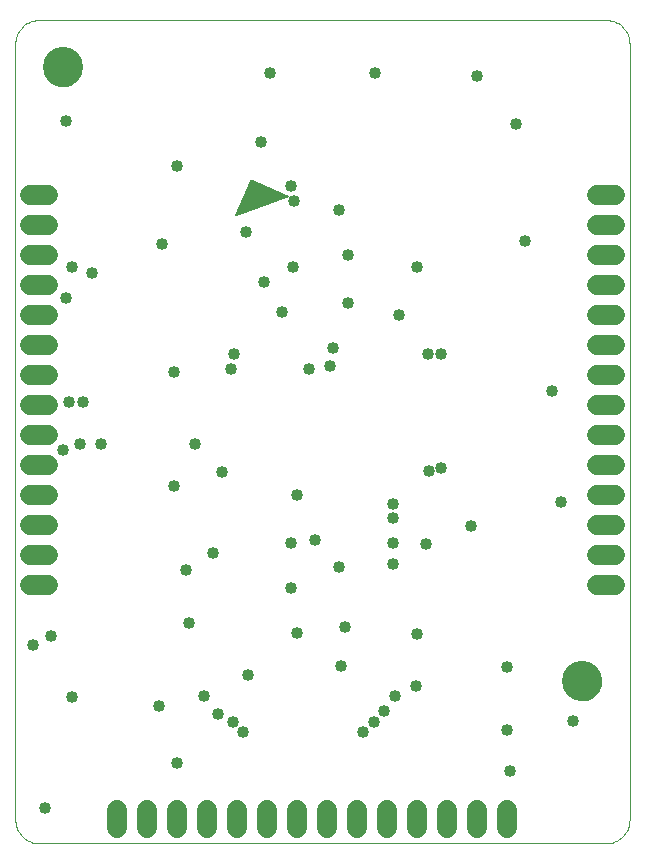
<source format=gbs>
G75*
G70*
%OFA0B0*%
%FSLAX24Y24*%
%IPPOS*%
%LPD*%
%AMOC8*
5,1,8,0,0,1.08239X$1,22.5*
%
%ADD10C,0.0000*%
%ADD11C,0.1340*%
%ADD12C,0.0680*%
%ADD13C,0.0001*%
%ADD14C,0.0398*%
D10*
X000150Y001058D02*
X000150Y026922D01*
X000152Y026976D01*
X000157Y027029D01*
X000166Y027082D01*
X000179Y027134D01*
X000195Y027186D01*
X000215Y027236D01*
X000238Y027284D01*
X000265Y027331D01*
X000294Y027376D01*
X000327Y027419D01*
X000362Y027459D01*
X000400Y027497D01*
X000440Y027532D01*
X000483Y027565D01*
X000528Y027594D01*
X000575Y027621D01*
X000623Y027644D01*
X000673Y027664D01*
X000725Y027680D01*
X000777Y027693D01*
X000830Y027702D01*
X000883Y027707D01*
X000937Y027709D01*
X019835Y027709D01*
X019889Y027707D01*
X019942Y027702D01*
X019995Y027693D01*
X020047Y027680D01*
X020099Y027664D01*
X020149Y027644D01*
X020197Y027621D01*
X020244Y027594D01*
X020289Y027565D01*
X020332Y027532D01*
X020372Y027497D01*
X020410Y027459D01*
X020445Y027419D01*
X020478Y027376D01*
X020507Y027331D01*
X020534Y027284D01*
X020557Y027236D01*
X020577Y027186D01*
X020593Y027134D01*
X020606Y027082D01*
X020615Y027029D01*
X020620Y026976D01*
X020622Y026922D01*
X020622Y001058D01*
X020620Y001004D01*
X020615Y000950D01*
X020605Y000896D01*
X020593Y000844D01*
X020576Y000792D01*
X020556Y000741D01*
X020533Y000692D01*
X020506Y000645D01*
X020476Y000600D01*
X020444Y000556D01*
X020408Y000515D01*
X020370Y000477D01*
X020329Y000441D01*
X020285Y000409D01*
X020240Y000379D01*
X020193Y000352D01*
X020144Y000329D01*
X020093Y000309D01*
X020041Y000292D01*
X019989Y000280D01*
X019935Y000270D01*
X019881Y000265D01*
X019827Y000263D01*
X000945Y000263D01*
X000891Y000265D01*
X000837Y000270D01*
X000783Y000280D01*
X000731Y000292D01*
X000679Y000309D01*
X000628Y000329D01*
X000579Y000352D01*
X000532Y000379D01*
X000487Y000409D01*
X000443Y000441D01*
X000402Y000477D01*
X000364Y000515D01*
X000328Y000556D01*
X000296Y000600D01*
X000266Y000645D01*
X000239Y000692D01*
X000216Y000741D01*
X000196Y000792D01*
X000179Y000844D01*
X000167Y000896D01*
X000157Y000950D01*
X000152Y001004D01*
X000150Y001058D01*
X007467Y021196D02*
X009239Y021841D01*
X007993Y022391D01*
X007467Y021196D01*
X001095Y026134D02*
X001097Y026184D01*
X001103Y026234D01*
X001113Y026283D01*
X001127Y026331D01*
X001144Y026378D01*
X001165Y026423D01*
X001190Y026467D01*
X001218Y026508D01*
X001250Y026547D01*
X001284Y026584D01*
X001321Y026618D01*
X001361Y026648D01*
X001403Y026675D01*
X001447Y026699D01*
X001493Y026720D01*
X001540Y026736D01*
X001588Y026749D01*
X001638Y026758D01*
X001687Y026763D01*
X001738Y026764D01*
X001788Y026761D01*
X001837Y026754D01*
X001886Y026743D01*
X001934Y026728D01*
X001980Y026710D01*
X002025Y026688D01*
X002068Y026662D01*
X002109Y026633D01*
X002148Y026601D01*
X002184Y026566D01*
X002216Y026528D01*
X002246Y026488D01*
X002273Y026445D01*
X002296Y026401D01*
X002315Y026355D01*
X002331Y026307D01*
X002343Y026258D01*
X002351Y026209D01*
X002355Y026159D01*
X002355Y026109D01*
X002351Y026059D01*
X002343Y026010D01*
X002331Y025961D01*
X002315Y025913D01*
X002296Y025867D01*
X002273Y025823D01*
X002246Y025780D01*
X002216Y025740D01*
X002184Y025702D01*
X002148Y025667D01*
X002109Y025635D01*
X002068Y025606D01*
X002025Y025580D01*
X001980Y025558D01*
X001934Y025540D01*
X001886Y025525D01*
X001837Y025514D01*
X001788Y025507D01*
X001738Y025504D01*
X001687Y025505D01*
X001638Y025510D01*
X001588Y025519D01*
X001540Y025532D01*
X001493Y025548D01*
X001447Y025569D01*
X001403Y025593D01*
X001361Y025620D01*
X001321Y025650D01*
X001284Y025684D01*
X001250Y025721D01*
X001218Y025760D01*
X001190Y025801D01*
X001165Y025845D01*
X001144Y025890D01*
X001127Y025937D01*
X001113Y025985D01*
X001103Y026034D01*
X001097Y026084D01*
X001095Y026134D01*
X018418Y005662D02*
X018420Y005712D01*
X018426Y005762D01*
X018436Y005811D01*
X018450Y005859D01*
X018467Y005906D01*
X018488Y005951D01*
X018513Y005995D01*
X018541Y006036D01*
X018573Y006075D01*
X018607Y006112D01*
X018644Y006146D01*
X018684Y006176D01*
X018726Y006203D01*
X018770Y006227D01*
X018816Y006248D01*
X018863Y006264D01*
X018911Y006277D01*
X018961Y006286D01*
X019010Y006291D01*
X019061Y006292D01*
X019111Y006289D01*
X019160Y006282D01*
X019209Y006271D01*
X019257Y006256D01*
X019303Y006238D01*
X019348Y006216D01*
X019391Y006190D01*
X019432Y006161D01*
X019471Y006129D01*
X019507Y006094D01*
X019539Y006056D01*
X019569Y006016D01*
X019596Y005973D01*
X019619Y005929D01*
X019638Y005883D01*
X019654Y005835D01*
X019666Y005786D01*
X019674Y005737D01*
X019678Y005687D01*
X019678Y005637D01*
X019674Y005587D01*
X019666Y005538D01*
X019654Y005489D01*
X019638Y005441D01*
X019619Y005395D01*
X019596Y005351D01*
X019569Y005308D01*
X019539Y005268D01*
X019507Y005230D01*
X019471Y005195D01*
X019432Y005163D01*
X019391Y005134D01*
X019348Y005108D01*
X019303Y005086D01*
X019257Y005068D01*
X019209Y005053D01*
X019160Y005042D01*
X019111Y005035D01*
X019061Y005032D01*
X019010Y005033D01*
X018961Y005038D01*
X018911Y005047D01*
X018863Y005060D01*
X018816Y005076D01*
X018770Y005097D01*
X018726Y005121D01*
X018684Y005148D01*
X018644Y005178D01*
X018607Y005212D01*
X018573Y005249D01*
X018541Y005288D01*
X018513Y005329D01*
X018488Y005373D01*
X018467Y005418D01*
X018450Y005465D01*
X018436Y005513D01*
X018426Y005562D01*
X018420Y005612D01*
X018418Y005662D01*
D11*
X019048Y005662D03*
X001725Y026134D03*
D12*
X001250Y021863D02*
X000650Y021863D01*
X000650Y020863D02*
X001250Y020863D01*
X001250Y019863D02*
X000650Y019863D01*
X000650Y018863D02*
X001250Y018863D01*
X001250Y017863D02*
X000650Y017863D01*
X000650Y016863D02*
X001250Y016863D01*
X001250Y015863D02*
X000650Y015863D01*
X000650Y014863D02*
X001250Y014863D01*
X001250Y013863D02*
X000650Y013863D01*
X000650Y012863D02*
X001250Y012863D01*
X001250Y011863D02*
X000650Y011863D01*
X000650Y010863D02*
X001250Y010863D01*
X001250Y009863D02*
X000650Y009863D01*
X000650Y008863D02*
X001250Y008863D01*
X003550Y001363D02*
X003550Y000763D01*
X004550Y000763D02*
X004550Y001363D01*
X005550Y001363D02*
X005550Y000763D01*
X006550Y000763D02*
X006550Y001363D01*
X007550Y001363D02*
X007550Y000763D01*
X008550Y000763D02*
X008550Y001363D01*
X009550Y001363D02*
X009550Y000763D01*
X010550Y000763D02*
X010550Y001363D01*
X011550Y001363D02*
X011550Y000763D01*
X012550Y000763D02*
X012550Y001363D01*
X013550Y001363D02*
X013550Y000763D01*
X014550Y000763D02*
X014550Y001363D01*
X015550Y001363D02*
X015550Y000763D01*
X016550Y000763D02*
X016550Y001363D01*
X019550Y008863D02*
X020150Y008863D01*
X020150Y009863D02*
X019550Y009863D01*
X019550Y010863D02*
X020150Y010863D01*
X020150Y011863D02*
X019550Y011863D01*
X019550Y012863D02*
X020150Y012863D01*
X020150Y013863D02*
X019550Y013863D01*
X019550Y014863D02*
X020150Y014863D01*
X020150Y015863D02*
X019550Y015863D01*
X019550Y016863D02*
X020150Y016863D01*
X020150Y017863D02*
X019550Y017863D01*
X019550Y018863D02*
X020150Y018863D01*
X020150Y019863D02*
X019550Y019863D01*
X019550Y020863D02*
X020150Y020863D01*
X020150Y021863D02*
X019550Y021863D01*
D13*
X009239Y021841D02*
X007751Y021841D01*
X007751Y021840D02*
X009237Y021840D01*
X009237Y021842D02*
X007751Y021842D01*
X007752Y021843D02*
X009234Y021843D01*
X009232Y021844D02*
X007752Y021844D01*
X007753Y021845D02*
X009230Y021845D01*
X009228Y021846D02*
X007753Y021846D01*
X007754Y021847D02*
X009225Y021847D01*
X009223Y021848D02*
X007754Y021848D01*
X007754Y021849D02*
X009221Y021849D01*
X009219Y021850D02*
X007755Y021850D01*
X007755Y021851D02*
X009216Y021851D01*
X009214Y021852D02*
X007756Y021852D01*
X007756Y021853D02*
X009212Y021853D01*
X009210Y021854D02*
X007757Y021854D01*
X007757Y021855D02*
X009207Y021855D01*
X009205Y021856D02*
X007758Y021856D01*
X007758Y021857D02*
X009203Y021857D01*
X009200Y021858D02*
X007758Y021858D01*
X007759Y021859D02*
X009198Y021859D01*
X009196Y021860D02*
X007759Y021860D01*
X007760Y021861D02*
X009194Y021861D01*
X009191Y021862D02*
X007760Y021862D01*
X007761Y021863D02*
X009189Y021863D01*
X009187Y021864D02*
X007761Y021864D01*
X007762Y021865D02*
X009185Y021865D01*
X009182Y021866D02*
X007762Y021866D01*
X007762Y021867D02*
X009180Y021867D01*
X009178Y021868D02*
X007763Y021868D01*
X007763Y021869D02*
X009176Y021869D01*
X009173Y021870D02*
X007764Y021870D01*
X007764Y021871D02*
X009171Y021871D01*
X009169Y021872D02*
X007765Y021872D01*
X007765Y021873D02*
X009167Y021873D01*
X009164Y021874D02*
X007765Y021874D01*
X007766Y021875D02*
X009162Y021875D01*
X009160Y021876D02*
X007766Y021876D01*
X007767Y021877D02*
X009157Y021877D01*
X009155Y021878D02*
X007767Y021878D01*
X007768Y021879D02*
X009153Y021879D01*
X009151Y021880D02*
X007768Y021880D01*
X007769Y021881D02*
X009148Y021881D01*
X009146Y021882D02*
X007769Y021882D01*
X007769Y021883D02*
X009144Y021883D01*
X009142Y021884D02*
X007770Y021884D01*
X007770Y021885D02*
X009139Y021885D01*
X009137Y021886D02*
X007771Y021886D01*
X007771Y021887D02*
X009135Y021887D01*
X009133Y021888D02*
X007772Y021888D01*
X007772Y021889D02*
X009130Y021889D01*
X009128Y021890D02*
X007773Y021890D01*
X007773Y021891D02*
X009126Y021891D01*
X009124Y021892D02*
X007773Y021892D01*
X007774Y021893D02*
X009121Y021893D01*
X009119Y021894D02*
X007774Y021894D01*
X007775Y021895D02*
X009117Y021895D01*
X009114Y021896D02*
X007775Y021896D01*
X007776Y021897D02*
X009112Y021897D01*
X009110Y021898D02*
X007776Y021898D01*
X007776Y021899D02*
X009108Y021899D01*
X009105Y021900D02*
X007777Y021900D01*
X007777Y021901D02*
X009103Y021901D01*
X009101Y021902D02*
X007778Y021902D01*
X007778Y021903D02*
X009099Y021903D01*
X009096Y021904D02*
X007779Y021904D01*
X007779Y021905D02*
X009094Y021905D01*
X009092Y021906D02*
X007780Y021906D01*
X007780Y021907D02*
X009090Y021907D01*
X009087Y021908D02*
X007780Y021908D01*
X007781Y021909D02*
X009085Y021909D01*
X009083Y021910D02*
X007781Y021910D01*
X007782Y021911D02*
X009081Y021911D01*
X009078Y021912D02*
X007782Y021912D01*
X007783Y021913D02*
X009076Y021913D01*
X009074Y021914D02*
X007783Y021914D01*
X007784Y021915D02*
X009071Y021915D01*
X009069Y021916D02*
X007784Y021916D01*
X007784Y021917D02*
X009067Y021917D01*
X009065Y021918D02*
X007785Y021918D01*
X007785Y021919D02*
X009062Y021919D01*
X009060Y021920D02*
X007786Y021920D01*
X007786Y021921D02*
X009058Y021921D01*
X009056Y021922D02*
X007787Y021922D01*
X007787Y021923D02*
X009053Y021923D01*
X009051Y021924D02*
X007787Y021924D01*
X007788Y021925D02*
X009049Y021925D01*
X009047Y021926D02*
X007788Y021926D01*
X007789Y021927D02*
X009044Y021927D01*
X009042Y021928D02*
X007789Y021928D01*
X007790Y021929D02*
X009040Y021929D01*
X009038Y021930D02*
X007790Y021930D01*
X007791Y021931D02*
X009035Y021931D01*
X009033Y021932D02*
X007791Y021932D01*
X007791Y021933D02*
X009031Y021933D01*
X009028Y021934D02*
X007792Y021934D01*
X007792Y021935D02*
X009026Y021935D01*
X009024Y021936D02*
X007793Y021936D01*
X007793Y021937D02*
X009022Y021937D01*
X009019Y021938D02*
X007794Y021938D01*
X007794Y021939D02*
X009017Y021939D01*
X009015Y021940D02*
X007795Y021940D01*
X007795Y021941D02*
X009013Y021941D01*
X009010Y021942D02*
X007795Y021942D01*
X007796Y021943D02*
X009008Y021943D01*
X009006Y021944D02*
X007796Y021944D01*
X007797Y021945D02*
X009004Y021945D01*
X009001Y021946D02*
X007797Y021946D01*
X007798Y021947D02*
X008999Y021947D01*
X008997Y021948D02*
X007798Y021948D01*
X007798Y021949D02*
X008995Y021949D01*
X008992Y021950D02*
X007799Y021950D01*
X007799Y021951D02*
X008990Y021951D01*
X008988Y021952D02*
X007800Y021952D01*
X007800Y021953D02*
X008985Y021953D01*
X008983Y021954D02*
X007801Y021954D01*
X007801Y021955D02*
X008981Y021955D01*
X008979Y021956D02*
X007802Y021956D01*
X007802Y021957D02*
X008976Y021957D01*
X008974Y021958D02*
X007802Y021958D01*
X007803Y021959D02*
X008972Y021959D01*
X008970Y021960D02*
X007803Y021960D01*
X007804Y021961D02*
X008967Y021961D01*
X008965Y021962D02*
X007804Y021962D01*
X007805Y021963D02*
X008963Y021963D01*
X008961Y021964D02*
X007805Y021964D01*
X007805Y021965D02*
X008958Y021965D01*
X008956Y021966D02*
X007806Y021966D01*
X007806Y021967D02*
X008954Y021967D01*
X008951Y021968D02*
X007807Y021968D01*
X007807Y021969D02*
X008949Y021969D01*
X008947Y021970D02*
X007808Y021970D01*
X007808Y021971D02*
X008945Y021971D01*
X008942Y021972D02*
X007809Y021972D01*
X007809Y021973D02*
X008940Y021973D01*
X008938Y021974D02*
X007809Y021974D01*
X007810Y021975D02*
X008936Y021975D01*
X008933Y021976D02*
X007810Y021976D01*
X007811Y021977D02*
X008931Y021977D01*
X008929Y021978D02*
X007811Y021978D01*
X007812Y021979D02*
X008927Y021979D01*
X008924Y021980D02*
X007812Y021980D01*
X007813Y021981D02*
X008922Y021981D01*
X008920Y021982D02*
X007813Y021982D01*
X007813Y021983D02*
X008918Y021983D01*
X008915Y021984D02*
X007814Y021984D01*
X007814Y021985D02*
X008913Y021985D01*
X008911Y021986D02*
X007815Y021986D01*
X007815Y021987D02*
X008908Y021987D01*
X008906Y021988D02*
X007816Y021988D01*
X007816Y021989D02*
X008904Y021989D01*
X008902Y021990D02*
X007816Y021990D01*
X007817Y021991D02*
X008899Y021991D01*
X008897Y021992D02*
X007817Y021992D01*
X007818Y021993D02*
X008895Y021993D01*
X008893Y021994D02*
X007818Y021994D01*
X007819Y021995D02*
X008890Y021995D01*
X008888Y021996D02*
X007819Y021996D01*
X007820Y021997D02*
X008886Y021997D01*
X008884Y021998D02*
X007820Y021998D01*
X007820Y021999D02*
X008881Y021999D01*
X008879Y022000D02*
X007821Y022000D01*
X007821Y022001D02*
X008877Y022001D01*
X008875Y022002D02*
X007822Y022002D01*
X007822Y022003D02*
X008872Y022003D01*
X008870Y022004D02*
X007823Y022004D01*
X007823Y022005D02*
X008868Y022005D01*
X008865Y022006D02*
X007824Y022006D01*
X007824Y022007D02*
X008863Y022007D01*
X008861Y022008D02*
X007824Y022008D01*
X007825Y022009D02*
X008859Y022009D01*
X008856Y022010D02*
X007825Y022010D01*
X007826Y022011D02*
X008854Y022011D01*
X008852Y022012D02*
X007826Y022012D01*
X007827Y022013D02*
X008850Y022013D01*
X008847Y022014D02*
X007827Y022014D01*
X007827Y022015D02*
X008845Y022015D01*
X008843Y022016D02*
X007828Y022016D01*
X007828Y022017D02*
X008841Y022017D01*
X008838Y022018D02*
X007829Y022018D01*
X007829Y022019D02*
X008836Y022019D01*
X008834Y022020D02*
X007830Y022020D01*
X007830Y022021D02*
X008832Y022021D01*
X008829Y022022D02*
X007831Y022022D01*
X007831Y022023D02*
X008827Y022023D01*
X008825Y022024D02*
X007831Y022024D01*
X007832Y022025D02*
X008822Y022025D01*
X008820Y022026D02*
X007832Y022026D01*
X007833Y022027D02*
X008818Y022027D01*
X008816Y022028D02*
X007833Y022028D01*
X007834Y022029D02*
X008813Y022029D01*
X008811Y022030D02*
X007834Y022030D01*
X007835Y022031D02*
X008809Y022031D01*
X008807Y022032D02*
X007835Y022032D01*
X007835Y022033D02*
X008804Y022033D01*
X008802Y022034D02*
X007836Y022034D01*
X007836Y022035D02*
X008800Y022035D01*
X008798Y022036D02*
X007837Y022036D01*
X007837Y022037D02*
X008795Y022037D01*
X008793Y022038D02*
X007838Y022038D01*
X007838Y022039D02*
X008791Y022039D01*
X008789Y022040D02*
X007838Y022040D01*
X007839Y022041D02*
X008786Y022041D01*
X008784Y022042D02*
X007839Y022042D01*
X007840Y022043D02*
X008782Y022043D01*
X008779Y022044D02*
X007840Y022044D01*
X007841Y022045D02*
X008777Y022045D01*
X008775Y022046D02*
X007841Y022046D01*
X007842Y022047D02*
X008773Y022047D01*
X008770Y022048D02*
X007842Y022048D01*
X007842Y022049D02*
X008768Y022049D01*
X008766Y022050D02*
X007843Y022050D01*
X007843Y022051D02*
X008764Y022051D01*
X008761Y022052D02*
X007844Y022052D01*
X007844Y022053D02*
X008759Y022053D01*
X008757Y022054D02*
X007845Y022054D01*
X007845Y022055D02*
X008755Y022055D01*
X008752Y022056D02*
X007846Y022056D01*
X007846Y022057D02*
X008750Y022057D01*
X008748Y022058D02*
X007846Y022058D01*
X007847Y022059D02*
X008746Y022059D01*
X008743Y022060D02*
X007847Y022060D01*
X007848Y022061D02*
X008741Y022061D01*
X008739Y022062D02*
X007848Y022062D01*
X007849Y022063D02*
X008736Y022063D01*
X008734Y022064D02*
X007849Y022064D01*
X007849Y022065D02*
X008732Y022065D01*
X008730Y022066D02*
X007850Y022066D01*
X007850Y022067D02*
X008727Y022067D01*
X008725Y022068D02*
X007851Y022068D01*
X007851Y022069D02*
X008723Y022069D01*
X008721Y022070D02*
X007852Y022070D01*
X007852Y022071D02*
X008718Y022071D01*
X008716Y022072D02*
X007853Y022072D01*
X007853Y022073D02*
X008714Y022073D01*
X008712Y022074D02*
X007853Y022074D01*
X007854Y022075D02*
X008709Y022075D01*
X008707Y022076D02*
X007854Y022076D01*
X007855Y022077D02*
X008705Y022077D01*
X008703Y022078D02*
X007855Y022078D01*
X007856Y022079D02*
X008700Y022079D01*
X008698Y022080D02*
X007856Y022080D01*
X007857Y022081D02*
X008696Y022081D01*
X008693Y022082D02*
X007857Y022082D01*
X007857Y022083D02*
X008691Y022083D01*
X008689Y022084D02*
X007858Y022084D01*
X007858Y022085D02*
X008687Y022085D01*
X008684Y022086D02*
X007859Y022086D01*
X007859Y022087D02*
X008682Y022087D01*
X008680Y022088D02*
X007860Y022088D01*
X007860Y022089D02*
X008678Y022089D01*
X008675Y022090D02*
X007860Y022090D01*
X007861Y022091D02*
X008673Y022091D01*
X008671Y022092D02*
X007861Y022092D01*
X007862Y022093D02*
X008669Y022093D01*
X008666Y022094D02*
X007862Y022094D01*
X007863Y022095D02*
X008664Y022095D01*
X008662Y022096D02*
X007863Y022096D01*
X007864Y022097D02*
X008660Y022097D01*
X008657Y022098D02*
X007864Y022098D01*
X007864Y022099D02*
X008655Y022099D01*
X008653Y022100D02*
X007865Y022100D01*
X007865Y022101D02*
X008650Y022101D01*
X008648Y022102D02*
X007866Y022102D01*
X007866Y022103D02*
X008646Y022103D01*
X008644Y022104D02*
X007867Y022104D01*
X007867Y022105D02*
X008641Y022105D01*
X008639Y022106D02*
X007868Y022106D01*
X007868Y022107D02*
X008637Y022107D01*
X008635Y022108D02*
X007868Y022108D01*
X007869Y022109D02*
X008632Y022109D01*
X008630Y022110D02*
X007869Y022110D01*
X007870Y022111D02*
X008628Y022111D01*
X008626Y022112D02*
X007870Y022112D01*
X007871Y022113D02*
X008623Y022113D01*
X008621Y022114D02*
X007871Y022114D01*
X007871Y022115D02*
X008619Y022115D01*
X008617Y022116D02*
X007872Y022116D01*
X007872Y022117D02*
X008614Y022117D01*
X008612Y022118D02*
X007873Y022118D01*
X007873Y022119D02*
X008610Y022119D01*
X008607Y022120D02*
X007874Y022120D01*
X007874Y022121D02*
X008605Y022121D01*
X008603Y022122D02*
X007875Y022122D01*
X007875Y022123D02*
X008601Y022123D01*
X008598Y022124D02*
X007875Y022124D01*
X007876Y022125D02*
X008596Y022125D01*
X008594Y022126D02*
X007876Y022126D01*
X007877Y022127D02*
X008592Y022127D01*
X008589Y022128D02*
X007877Y022128D01*
X007878Y022129D02*
X008587Y022129D01*
X008585Y022130D02*
X007878Y022130D01*
X007879Y022131D02*
X008583Y022131D01*
X008580Y022132D02*
X007879Y022132D01*
X007879Y022133D02*
X008578Y022133D01*
X008576Y022134D02*
X007880Y022134D01*
X007880Y022135D02*
X008573Y022135D01*
X008571Y022136D02*
X007881Y022136D01*
X007881Y022137D02*
X008569Y022137D01*
X008567Y022138D02*
X007882Y022138D01*
X007882Y022139D02*
X008564Y022139D01*
X008562Y022140D02*
X007882Y022140D01*
X007883Y022141D02*
X008560Y022141D01*
X008558Y022142D02*
X007883Y022142D01*
X007884Y022143D02*
X008555Y022143D01*
X008553Y022144D02*
X007884Y022144D01*
X007885Y022145D02*
X008551Y022145D01*
X008549Y022146D02*
X007885Y022146D01*
X007886Y022147D02*
X008546Y022147D01*
X008544Y022148D02*
X007886Y022148D01*
X007886Y022149D02*
X008542Y022149D01*
X008540Y022150D02*
X007887Y022150D01*
X007887Y022151D02*
X008537Y022151D01*
X008535Y022152D02*
X007888Y022152D01*
X007888Y022153D02*
X008533Y022153D01*
X008530Y022154D02*
X007889Y022154D01*
X007889Y022155D02*
X008528Y022155D01*
X008526Y022156D02*
X007890Y022156D01*
X007890Y022157D02*
X008524Y022157D01*
X008521Y022158D02*
X007890Y022158D01*
X007891Y022159D02*
X008519Y022159D01*
X008517Y022160D02*
X007891Y022160D01*
X007892Y022161D02*
X008515Y022161D01*
X008512Y022162D02*
X007892Y022162D01*
X007893Y022163D02*
X008510Y022163D01*
X008508Y022164D02*
X007893Y022164D01*
X007893Y022165D02*
X008506Y022165D01*
X008503Y022166D02*
X007894Y022166D01*
X007894Y022167D02*
X008501Y022167D01*
X008499Y022168D02*
X007895Y022168D01*
X007895Y022169D02*
X008497Y022169D01*
X008494Y022170D02*
X007896Y022170D01*
X007896Y022171D02*
X008492Y022171D01*
X008490Y022172D02*
X007897Y022172D01*
X007897Y022173D02*
X008487Y022173D01*
X008485Y022174D02*
X007897Y022174D01*
X007898Y022175D02*
X008483Y022175D01*
X008481Y022176D02*
X007898Y022176D01*
X007899Y022177D02*
X008478Y022177D01*
X008476Y022178D02*
X007899Y022178D01*
X007900Y022179D02*
X008474Y022179D01*
X008472Y022180D02*
X007900Y022180D01*
X007901Y022181D02*
X008469Y022181D01*
X008467Y022182D02*
X007901Y022182D01*
X007901Y022183D02*
X008465Y022183D01*
X008463Y022184D02*
X007902Y022184D01*
X007902Y022185D02*
X008460Y022185D01*
X008458Y022186D02*
X007903Y022186D01*
X007903Y022187D02*
X008456Y022187D01*
X008454Y022188D02*
X007904Y022188D01*
X007904Y022189D02*
X008451Y022189D01*
X008449Y022190D02*
X007904Y022190D01*
X007905Y022191D02*
X008447Y022191D01*
X008444Y022192D02*
X007905Y022192D01*
X007906Y022193D02*
X008442Y022193D01*
X008440Y022194D02*
X007906Y022194D01*
X007907Y022195D02*
X008438Y022195D01*
X008435Y022196D02*
X007907Y022196D01*
X007908Y022197D02*
X008433Y022197D01*
X008431Y022198D02*
X007908Y022198D01*
X007908Y022199D02*
X008429Y022199D01*
X008426Y022200D02*
X007909Y022200D01*
X007909Y022201D02*
X008424Y022201D01*
X008422Y022202D02*
X007910Y022202D01*
X007910Y022203D02*
X008420Y022203D01*
X008417Y022204D02*
X007911Y022204D01*
X007911Y022205D02*
X008415Y022205D01*
X008413Y022206D02*
X007912Y022206D01*
X007912Y022207D02*
X008411Y022207D01*
X008408Y022208D02*
X007912Y022208D01*
X007913Y022209D02*
X008406Y022209D01*
X008404Y022210D02*
X007913Y022210D01*
X007914Y022211D02*
X008401Y022211D01*
X008399Y022212D02*
X007914Y022212D01*
X007915Y022213D02*
X008397Y022213D01*
X008395Y022214D02*
X007915Y022214D01*
X007915Y022215D02*
X008392Y022215D01*
X008390Y022216D02*
X007916Y022216D01*
X007916Y022217D02*
X008388Y022217D01*
X008386Y022218D02*
X007917Y022218D01*
X007917Y022219D02*
X008383Y022219D01*
X008381Y022220D02*
X007918Y022220D01*
X007918Y022221D02*
X008379Y022221D01*
X008377Y022222D02*
X007919Y022222D01*
X007919Y022223D02*
X008374Y022223D01*
X008372Y022224D02*
X007919Y022224D01*
X007920Y022225D02*
X008370Y022225D01*
X008368Y022226D02*
X007920Y022226D01*
X007921Y022227D02*
X008365Y022227D01*
X008363Y022228D02*
X007921Y022228D01*
X007922Y022229D02*
X008361Y022229D01*
X008358Y022230D02*
X007922Y022230D01*
X007923Y022231D02*
X008356Y022231D01*
X008354Y022232D02*
X007923Y022232D01*
X007923Y022233D02*
X008352Y022233D01*
X008349Y022234D02*
X007924Y022234D01*
X007924Y022235D02*
X008347Y022235D01*
X008345Y022236D02*
X007925Y022236D01*
X007925Y022237D02*
X008343Y022237D01*
X008340Y022238D02*
X007926Y022238D01*
X007926Y022239D02*
X008338Y022239D01*
X008336Y022240D02*
X007926Y022240D01*
X007927Y022241D02*
X008334Y022241D01*
X008331Y022242D02*
X007927Y022242D01*
X007928Y022243D02*
X008329Y022243D01*
X008327Y022244D02*
X007928Y022244D01*
X007929Y022245D02*
X008325Y022245D01*
X008322Y022246D02*
X007929Y022246D01*
X007930Y022247D02*
X008320Y022247D01*
X008318Y022248D02*
X007930Y022248D01*
X007930Y022249D02*
X008315Y022249D01*
X008313Y022250D02*
X007931Y022250D01*
X007931Y022251D02*
X008311Y022251D01*
X008309Y022252D02*
X007932Y022252D01*
X007932Y022253D02*
X008306Y022253D01*
X008304Y022254D02*
X007933Y022254D01*
X007933Y022255D02*
X008302Y022255D01*
X008300Y022256D02*
X007933Y022256D01*
X007934Y022257D02*
X008297Y022257D01*
X008295Y022258D02*
X007934Y022258D01*
X007935Y022259D02*
X008293Y022259D01*
X008291Y022260D02*
X007935Y022260D01*
X007936Y022261D02*
X008288Y022261D01*
X008286Y022262D02*
X007936Y022262D01*
X007937Y022263D02*
X008284Y022263D01*
X008282Y022264D02*
X007937Y022264D01*
X007937Y022265D02*
X008279Y022265D01*
X008277Y022266D02*
X007938Y022266D01*
X007938Y022267D02*
X008275Y022267D01*
X008272Y022268D02*
X007939Y022268D01*
X007939Y022269D02*
X008270Y022269D01*
X008268Y022270D02*
X007940Y022270D01*
X007940Y022271D02*
X008266Y022271D01*
X008263Y022272D02*
X007941Y022272D01*
X007941Y022273D02*
X008261Y022273D01*
X008259Y022274D02*
X007941Y022274D01*
X007942Y022275D02*
X008257Y022275D01*
X008254Y022276D02*
X007942Y022276D01*
X007943Y022277D02*
X008252Y022277D01*
X008250Y022278D02*
X007943Y022278D01*
X007944Y022279D02*
X008248Y022279D01*
X008245Y022280D02*
X007944Y022280D01*
X007944Y022281D02*
X008243Y022281D01*
X008241Y022282D02*
X007945Y022282D01*
X007945Y022283D02*
X008238Y022283D01*
X008236Y022284D02*
X007946Y022284D01*
X007946Y022285D02*
X008234Y022285D01*
X008232Y022286D02*
X007947Y022286D01*
X007947Y022287D02*
X008229Y022287D01*
X008227Y022288D02*
X007948Y022288D01*
X007948Y022289D02*
X008225Y022289D01*
X008223Y022290D02*
X007948Y022290D01*
X007949Y022291D02*
X008220Y022291D01*
X008218Y022292D02*
X007949Y022292D01*
X007950Y022293D02*
X008216Y022293D01*
X008214Y022294D02*
X007950Y022294D01*
X007951Y022295D02*
X008211Y022295D01*
X008209Y022296D02*
X007951Y022296D01*
X007952Y022297D02*
X008207Y022297D01*
X008205Y022298D02*
X007952Y022298D01*
X007952Y022299D02*
X008202Y022299D01*
X008200Y022300D02*
X007953Y022300D01*
X007953Y022301D02*
X008198Y022301D01*
X008195Y022302D02*
X007954Y022302D01*
X007954Y022303D02*
X008193Y022303D01*
X008191Y022304D02*
X007955Y022304D01*
X007955Y022305D02*
X008189Y022305D01*
X008186Y022306D02*
X007955Y022306D01*
X007956Y022307D02*
X008184Y022307D01*
X008182Y022308D02*
X007956Y022308D01*
X007957Y022309D02*
X008180Y022309D01*
X008177Y022310D02*
X007957Y022310D01*
X007958Y022311D02*
X008175Y022311D01*
X008173Y022312D02*
X007958Y022312D01*
X007959Y022313D02*
X008171Y022313D01*
X008168Y022314D02*
X007959Y022314D01*
X007959Y022315D02*
X008166Y022315D01*
X008164Y022316D02*
X007960Y022316D01*
X007960Y022317D02*
X008162Y022317D01*
X008159Y022318D02*
X007961Y022318D01*
X007961Y022319D02*
X008157Y022319D01*
X008155Y022320D02*
X007962Y022320D01*
X007962Y022321D02*
X008152Y022321D01*
X008150Y022322D02*
X007963Y022322D01*
X007963Y022323D02*
X008148Y022323D01*
X008146Y022324D02*
X007963Y022324D01*
X007964Y022325D02*
X008143Y022325D01*
X008141Y022326D02*
X007964Y022326D01*
X007965Y022327D02*
X008139Y022327D01*
X008137Y022328D02*
X007965Y022328D01*
X007966Y022329D02*
X008134Y022329D01*
X008132Y022330D02*
X007966Y022330D01*
X007966Y022331D02*
X008130Y022331D01*
X008128Y022332D02*
X007967Y022332D01*
X007967Y022333D02*
X008125Y022333D01*
X008123Y022334D02*
X007968Y022334D01*
X007968Y022335D02*
X008121Y022335D01*
X008119Y022336D02*
X007969Y022336D01*
X007969Y022337D02*
X008116Y022337D01*
X008114Y022338D02*
X007970Y022338D01*
X007970Y022339D02*
X008112Y022339D01*
X008109Y022340D02*
X007970Y022340D01*
X007971Y022341D02*
X008107Y022341D01*
X008105Y022342D02*
X007971Y022342D01*
X007972Y022343D02*
X008103Y022343D01*
X008100Y022344D02*
X007972Y022344D01*
X007973Y022345D02*
X008098Y022345D01*
X008096Y022346D02*
X007973Y022346D01*
X007974Y022347D02*
X008094Y022347D01*
X008091Y022348D02*
X007974Y022348D01*
X007974Y022349D02*
X008089Y022349D01*
X008087Y022350D02*
X007975Y022350D01*
X007975Y022351D02*
X008085Y022351D01*
X008082Y022352D02*
X007976Y022352D01*
X007976Y022353D02*
X008080Y022353D01*
X008078Y022354D02*
X007977Y022354D01*
X007977Y022355D02*
X008076Y022355D01*
X008073Y022356D02*
X007977Y022356D01*
X007978Y022357D02*
X008071Y022357D01*
X008069Y022358D02*
X007978Y022358D01*
X007979Y022359D02*
X008066Y022359D01*
X008064Y022360D02*
X007979Y022360D01*
X007980Y022361D02*
X008062Y022361D01*
X008060Y022362D02*
X007980Y022362D01*
X007981Y022363D02*
X008057Y022363D01*
X008055Y022364D02*
X007981Y022364D01*
X007981Y022365D02*
X008053Y022365D01*
X008051Y022366D02*
X007982Y022366D01*
X007982Y022367D02*
X008048Y022367D01*
X008046Y022368D02*
X007983Y022368D01*
X007983Y022369D02*
X008044Y022369D01*
X008042Y022370D02*
X007984Y022370D01*
X007984Y022371D02*
X008039Y022371D01*
X008037Y022372D02*
X007985Y022372D01*
X007985Y022373D02*
X008035Y022373D01*
X008033Y022374D02*
X007985Y022374D01*
X007986Y022375D02*
X008030Y022375D01*
X008028Y022376D02*
X007986Y022376D01*
X007987Y022377D02*
X008026Y022377D01*
X008023Y022378D02*
X007987Y022378D01*
X007988Y022379D02*
X008021Y022379D01*
X008019Y022380D02*
X007988Y022380D01*
X007988Y022381D02*
X008017Y022381D01*
X008014Y022382D02*
X007989Y022382D01*
X007989Y022383D02*
X008012Y022383D01*
X008010Y022384D02*
X007990Y022384D01*
X007990Y022385D02*
X008008Y022385D01*
X008005Y022386D02*
X007991Y022386D01*
X007991Y022387D02*
X008003Y022387D01*
X008001Y022388D02*
X007992Y022388D01*
X007992Y022389D02*
X007999Y022389D01*
X007996Y022390D02*
X007992Y022390D01*
X007993Y022391D02*
X007994Y022391D01*
X007750Y021839D02*
X009234Y021839D01*
X009232Y021838D02*
X007750Y021838D01*
X007749Y021837D02*
X009229Y021837D01*
X009226Y021836D02*
X007749Y021836D01*
X007748Y021835D02*
X009223Y021835D01*
X009221Y021834D02*
X007748Y021834D01*
X007747Y021833D02*
X009218Y021833D01*
X009215Y021832D02*
X007747Y021832D01*
X007747Y021831D02*
X009212Y021831D01*
X009210Y021830D02*
X007746Y021830D01*
X007746Y021829D02*
X009207Y021829D01*
X009204Y021828D02*
X007745Y021828D01*
X007745Y021827D02*
X009201Y021827D01*
X009199Y021826D02*
X007744Y021826D01*
X007744Y021825D02*
X009196Y021825D01*
X009193Y021824D02*
X007743Y021824D01*
X007743Y021823D02*
X009190Y021823D01*
X009188Y021822D02*
X007743Y021822D01*
X007742Y021821D02*
X009185Y021821D01*
X009182Y021820D02*
X007742Y021820D01*
X007741Y021819D02*
X009179Y021819D01*
X009177Y021818D02*
X007741Y021818D01*
X007740Y021817D02*
X009174Y021817D01*
X009171Y021816D02*
X007740Y021816D01*
X007740Y021815D02*
X009168Y021815D01*
X009166Y021814D02*
X007739Y021814D01*
X007739Y021813D02*
X009163Y021813D01*
X009160Y021812D02*
X007738Y021812D01*
X007738Y021811D02*
X009157Y021811D01*
X009155Y021810D02*
X007737Y021810D01*
X007737Y021809D02*
X009152Y021809D01*
X009149Y021808D02*
X007736Y021808D01*
X007736Y021807D02*
X009146Y021807D01*
X009144Y021806D02*
X007736Y021806D01*
X007735Y021805D02*
X009141Y021805D01*
X009138Y021804D02*
X007735Y021804D01*
X007734Y021803D02*
X009135Y021803D01*
X009133Y021802D02*
X007734Y021802D01*
X007733Y021801D02*
X009130Y021801D01*
X009127Y021800D02*
X007733Y021800D01*
X007732Y021799D02*
X009125Y021799D01*
X009122Y021798D02*
X007732Y021798D01*
X007732Y021797D02*
X009119Y021797D01*
X009116Y021796D02*
X007731Y021796D01*
X007731Y021795D02*
X009114Y021795D01*
X009111Y021794D02*
X007730Y021794D01*
X007730Y021793D02*
X009108Y021793D01*
X009105Y021793D02*
X007729Y021793D01*
X007729Y021792D02*
X009103Y021792D01*
X009100Y021791D02*
X007729Y021791D01*
X007728Y021790D02*
X009097Y021790D01*
X009094Y021789D02*
X007728Y021789D01*
X007727Y021788D02*
X009092Y021788D01*
X009089Y021787D02*
X007727Y021787D01*
X007726Y021786D02*
X009086Y021786D01*
X009083Y021785D02*
X007726Y021785D01*
X007725Y021784D02*
X009081Y021784D01*
X009078Y021783D02*
X007725Y021783D01*
X007725Y021782D02*
X009075Y021782D01*
X009072Y021781D02*
X007724Y021781D01*
X007724Y021780D02*
X009070Y021780D01*
X009067Y021779D02*
X007723Y021779D01*
X007723Y021778D02*
X009064Y021778D01*
X009061Y021777D02*
X007722Y021777D01*
X007722Y021776D02*
X009059Y021776D01*
X009056Y021775D02*
X007721Y021775D01*
X007721Y021774D02*
X009053Y021774D01*
X009050Y021773D02*
X007721Y021773D01*
X007720Y021772D02*
X009048Y021772D01*
X009045Y021771D02*
X007720Y021771D01*
X007719Y021770D02*
X009042Y021770D01*
X009039Y021769D02*
X007719Y021769D01*
X007718Y021768D02*
X009037Y021768D01*
X009034Y021767D02*
X007718Y021767D01*
X007718Y021766D02*
X009031Y021766D01*
X009028Y021765D02*
X007717Y021765D01*
X007717Y021764D02*
X009026Y021764D01*
X009023Y021763D02*
X007716Y021763D01*
X007716Y021762D02*
X009020Y021762D01*
X009017Y021761D02*
X007715Y021761D01*
X007715Y021760D02*
X009015Y021760D01*
X009012Y021759D02*
X007714Y021759D01*
X007714Y021758D02*
X009009Y021758D01*
X009006Y021757D02*
X007714Y021757D01*
X007713Y021756D02*
X009004Y021756D01*
X009001Y021755D02*
X007713Y021755D01*
X007712Y021754D02*
X008998Y021754D01*
X008995Y021753D02*
X007712Y021753D01*
X007711Y021752D02*
X008993Y021752D01*
X008990Y021751D02*
X007711Y021751D01*
X007710Y021750D02*
X008987Y021750D01*
X008985Y021749D02*
X007710Y021749D01*
X007710Y021748D02*
X008982Y021748D01*
X008979Y021747D02*
X007709Y021747D01*
X007709Y021746D02*
X008976Y021746D01*
X008974Y021745D02*
X007708Y021745D01*
X007708Y021744D02*
X008971Y021744D01*
X008968Y021743D02*
X007707Y021743D01*
X007707Y021742D02*
X008965Y021742D01*
X008963Y021741D02*
X007707Y021741D01*
X007706Y021740D02*
X008960Y021740D01*
X008957Y021739D02*
X007706Y021739D01*
X007705Y021738D02*
X008954Y021738D01*
X008952Y021737D02*
X007705Y021737D01*
X007704Y021736D02*
X008949Y021736D01*
X008946Y021735D02*
X007704Y021735D01*
X007703Y021734D02*
X008943Y021734D01*
X008941Y021733D02*
X007703Y021733D01*
X007703Y021732D02*
X008938Y021732D01*
X008935Y021731D02*
X007702Y021731D01*
X007702Y021730D02*
X008932Y021730D01*
X008930Y021729D02*
X007701Y021729D01*
X007701Y021728D02*
X008927Y021728D01*
X008924Y021727D02*
X007700Y021727D01*
X007700Y021726D02*
X008921Y021726D01*
X008919Y021725D02*
X007699Y021725D01*
X007699Y021724D02*
X008916Y021724D01*
X008913Y021723D02*
X007699Y021723D01*
X007698Y021722D02*
X008910Y021722D01*
X008908Y021721D02*
X007698Y021721D01*
X007697Y021720D02*
X008905Y021720D01*
X008902Y021719D02*
X007697Y021719D01*
X007696Y021718D02*
X008899Y021718D01*
X008897Y021717D02*
X007696Y021717D01*
X007696Y021716D02*
X008894Y021716D01*
X008891Y021715D02*
X007695Y021715D01*
X007695Y021714D02*
X008888Y021714D01*
X008886Y021713D02*
X007694Y021713D01*
X007694Y021712D02*
X008883Y021712D01*
X008880Y021711D02*
X007693Y021711D01*
X007693Y021710D02*
X008877Y021710D01*
X008875Y021709D02*
X007692Y021709D01*
X007692Y021708D02*
X008872Y021708D01*
X008869Y021707D02*
X007692Y021707D01*
X007691Y021706D02*
X008866Y021706D01*
X008864Y021705D02*
X007691Y021705D01*
X007690Y021704D02*
X008861Y021704D01*
X008858Y021703D02*
X007690Y021703D01*
X007689Y021702D02*
X008856Y021702D01*
X008853Y021701D02*
X007689Y021701D01*
X007688Y021700D02*
X008850Y021700D01*
X008847Y021699D02*
X007688Y021699D01*
X007688Y021698D02*
X008845Y021698D01*
X008842Y021697D02*
X007687Y021697D01*
X007687Y021696D02*
X008839Y021696D01*
X008836Y021695D02*
X007686Y021695D01*
X007686Y021694D02*
X008834Y021694D01*
X008831Y021693D02*
X007685Y021693D01*
X007685Y021692D02*
X008828Y021692D01*
X008825Y021691D02*
X007685Y021691D01*
X007684Y021690D02*
X008823Y021690D01*
X008820Y021689D02*
X007684Y021689D01*
X007683Y021688D02*
X008817Y021688D01*
X008814Y021687D02*
X007683Y021687D01*
X007682Y021686D02*
X008812Y021686D01*
X008809Y021685D02*
X007682Y021685D01*
X007681Y021684D02*
X008806Y021684D01*
X008803Y021683D02*
X007681Y021683D01*
X007681Y021682D02*
X008801Y021682D01*
X008798Y021681D02*
X007680Y021681D01*
X007680Y021680D02*
X008795Y021680D01*
X008792Y021679D02*
X007679Y021679D01*
X007679Y021678D02*
X008790Y021678D01*
X008787Y021677D02*
X007678Y021677D01*
X007678Y021676D02*
X008784Y021676D01*
X008781Y021675D02*
X007678Y021675D01*
X007677Y021674D02*
X008779Y021674D01*
X008776Y021673D02*
X007677Y021673D01*
X007676Y021672D02*
X008773Y021672D01*
X008770Y021671D02*
X007676Y021671D01*
X007675Y021670D02*
X008768Y021670D01*
X008765Y021669D02*
X007675Y021669D01*
X007674Y021668D02*
X008762Y021668D01*
X008759Y021667D02*
X007674Y021667D01*
X007674Y021666D02*
X008757Y021666D01*
X008754Y021665D02*
X007673Y021665D01*
X007673Y021664D02*
X008751Y021664D01*
X008748Y021663D02*
X007672Y021663D01*
X007672Y021662D02*
X008746Y021662D01*
X008743Y021661D02*
X007671Y021661D01*
X007671Y021660D02*
X008740Y021660D01*
X008737Y021659D02*
X007670Y021659D01*
X007670Y021658D02*
X008735Y021658D01*
X008732Y021657D02*
X007670Y021657D01*
X007669Y021656D02*
X008729Y021656D01*
X008727Y021655D02*
X007669Y021655D01*
X007668Y021654D02*
X008724Y021654D01*
X008721Y021653D02*
X007668Y021653D01*
X007667Y021652D02*
X008718Y021652D01*
X008716Y021651D02*
X007667Y021651D01*
X007667Y021650D02*
X008713Y021650D01*
X008710Y021649D02*
X007666Y021649D01*
X007666Y021648D02*
X008707Y021648D01*
X008705Y021647D02*
X007665Y021647D01*
X007665Y021646D02*
X008702Y021646D01*
X008699Y021645D02*
X007664Y021645D01*
X007664Y021644D02*
X008696Y021644D01*
X008694Y021643D02*
X007663Y021643D01*
X007663Y021642D02*
X008691Y021642D01*
X008688Y021641D02*
X007663Y021641D01*
X007662Y021640D02*
X008685Y021640D01*
X008683Y021639D02*
X007662Y021639D01*
X007661Y021638D02*
X008680Y021638D01*
X008677Y021637D02*
X007661Y021637D01*
X007660Y021636D02*
X008674Y021636D01*
X008672Y021635D02*
X007660Y021635D01*
X007659Y021634D02*
X008669Y021634D01*
X008666Y021633D02*
X007659Y021633D01*
X007659Y021632D02*
X008663Y021632D01*
X008661Y021631D02*
X007658Y021631D01*
X007658Y021630D02*
X008658Y021630D01*
X008655Y021629D02*
X007657Y021629D01*
X007657Y021628D02*
X008652Y021628D01*
X008650Y021627D02*
X007656Y021627D01*
X007656Y021626D02*
X008647Y021626D01*
X008644Y021625D02*
X007656Y021625D01*
X007655Y021624D02*
X008641Y021624D01*
X008639Y021623D02*
X007655Y021623D01*
X007654Y021622D02*
X008636Y021622D01*
X008633Y021621D02*
X007654Y021621D01*
X007653Y021620D02*
X008630Y021620D01*
X008628Y021619D02*
X007653Y021619D01*
X007652Y021618D02*
X008625Y021618D01*
X008622Y021617D02*
X007652Y021617D01*
X007652Y021616D02*
X008619Y021616D01*
X008617Y021615D02*
X007651Y021615D01*
X007651Y021614D02*
X008614Y021614D01*
X008611Y021613D02*
X007650Y021613D01*
X007650Y021612D02*
X008608Y021612D01*
X008606Y021611D02*
X007649Y021611D01*
X007649Y021610D02*
X008603Y021610D01*
X008600Y021609D02*
X007648Y021609D01*
X007648Y021608D02*
X008598Y021608D01*
X008595Y021607D02*
X007648Y021607D01*
X007647Y021606D02*
X008592Y021606D01*
X008589Y021605D02*
X007647Y021605D01*
X007646Y021604D02*
X008587Y021604D01*
X008584Y021603D02*
X007646Y021603D01*
X007645Y021602D02*
X008581Y021602D01*
X008578Y021601D02*
X007645Y021601D01*
X007645Y021600D02*
X008576Y021600D01*
X008573Y021599D02*
X007644Y021599D01*
X007644Y021598D02*
X008570Y021598D01*
X008567Y021597D02*
X007643Y021597D01*
X007643Y021596D02*
X008565Y021596D01*
X008562Y021595D02*
X007642Y021595D01*
X007642Y021594D02*
X008559Y021594D01*
X008556Y021593D02*
X007641Y021593D01*
X007641Y021592D02*
X008554Y021592D01*
X008551Y021591D02*
X007641Y021591D01*
X007640Y021590D02*
X008548Y021590D01*
X008545Y021589D02*
X007640Y021589D01*
X007639Y021588D02*
X008543Y021588D01*
X008540Y021587D02*
X007639Y021587D01*
X007638Y021586D02*
X008537Y021586D01*
X008534Y021585D02*
X007638Y021585D01*
X007637Y021584D02*
X008532Y021584D01*
X008529Y021583D02*
X007637Y021583D01*
X007637Y021582D02*
X008526Y021582D01*
X008523Y021581D02*
X007636Y021581D01*
X007636Y021580D02*
X008521Y021580D01*
X008518Y021579D02*
X007635Y021579D01*
X007635Y021578D02*
X008515Y021578D01*
X008512Y021577D02*
X007634Y021577D01*
X007634Y021576D02*
X008510Y021576D01*
X008507Y021575D02*
X007634Y021575D01*
X007633Y021574D02*
X008504Y021574D01*
X008501Y021573D02*
X007633Y021573D01*
X007632Y021572D02*
X008499Y021572D01*
X008496Y021571D02*
X007632Y021571D01*
X007631Y021570D02*
X008493Y021570D01*
X008490Y021569D02*
X007631Y021569D01*
X007630Y021568D02*
X008488Y021568D01*
X008485Y021567D02*
X007630Y021567D01*
X007630Y021566D02*
X008482Y021566D01*
X008479Y021565D02*
X007629Y021565D01*
X007629Y021564D02*
X008477Y021564D01*
X008474Y021563D02*
X007628Y021563D01*
X007628Y021562D02*
X008471Y021562D01*
X008469Y021561D02*
X007627Y021561D01*
X007627Y021560D02*
X008466Y021560D01*
X008463Y021559D02*
X007626Y021559D01*
X007626Y021558D02*
X008460Y021558D01*
X008458Y021557D02*
X007626Y021557D01*
X007625Y021556D02*
X008455Y021556D01*
X008452Y021555D02*
X007625Y021555D01*
X007624Y021554D02*
X008449Y021554D01*
X008447Y021553D02*
X007624Y021553D01*
X007623Y021552D02*
X008444Y021552D01*
X008441Y021551D02*
X007623Y021551D01*
X007623Y021550D02*
X008438Y021550D01*
X008436Y021549D02*
X007622Y021549D01*
X007622Y021548D02*
X008433Y021548D01*
X008430Y021547D02*
X007621Y021547D01*
X007621Y021546D02*
X008427Y021546D01*
X008425Y021545D02*
X007620Y021545D01*
X007620Y021544D02*
X008422Y021544D01*
X008419Y021543D02*
X007619Y021543D01*
X007619Y021542D02*
X008416Y021542D01*
X008414Y021541D02*
X007619Y021541D01*
X007618Y021540D02*
X008411Y021540D01*
X008408Y021539D02*
X007618Y021539D01*
X007617Y021538D02*
X008405Y021538D01*
X008403Y021537D02*
X007617Y021537D01*
X007616Y021536D02*
X008400Y021536D01*
X008397Y021535D02*
X007616Y021535D01*
X007615Y021534D02*
X008394Y021534D01*
X008392Y021533D02*
X007615Y021533D01*
X007615Y021532D02*
X008389Y021532D01*
X008386Y021531D02*
X007614Y021531D01*
X007614Y021530D02*
X008383Y021530D01*
X008381Y021529D02*
X007613Y021529D01*
X007613Y021528D02*
X008378Y021528D01*
X008375Y021527D02*
X007612Y021527D01*
X007612Y021526D02*
X008372Y021526D01*
X008370Y021525D02*
X007612Y021525D01*
X007611Y021524D02*
X008367Y021524D01*
X008364Y021523D02*
X007611Y021523D01*
X007610Y021522D02*
X008361Y021522D01*
X008359Y021521D02*
X007610Y021521D01*
X007609Y021520D02*
X008356Y021520D01*
X008353Y021519D02*
X007609Y021519D01*
X007608Y021518D02*
X008350Y021518D01*
X008348Y021517D02*
X007608Y021517D01*
X007608Y021516D02*
X008345Y021516D01*
X008342Y021515D02*
X007607Y021515D01*
X007607Y021514D02*
X008339Y021514D01*
X008337Y021513D02*
X007606Y021513D01*
X007606Y021512D02*
X008334Y021512D01*
X008331Y021511D02*
X007605Y021511D01*
X007605Y021510D02*
X008329Y021510D01*
X008326Y021509D02*
X007604Y021509D01*
X007604Y021508D02*
X008323Y021508D01*
X008320Y021507D02*
X007604Y021507D01*
X007603Y021506D02*
X008318Y021506D01*
X008315Y021505D02*
X007603Y021505D01*
X007602Y021504D02*
X008312Y021504D01*
X008309Y021503D02*
X007602Y021503D01*
X007601Y021502D02*
X008307Y021502D01*
X008304Y021501D02*
X007601Y021501D01*
X007601Y021500D02*
X008301Y021500D01*
X008298Y021499D02*
X007600Y021499D01*
X007600Y021498D02*
X008296Y021498D01*
X008293Y021497D02*
X007599Y021497D01*
X007599Y021496D02*
X008290Y021496D01*
X008287Y021495D02*
X007598Y021495D01*
X007598Y021494D02*
X008285Y021494D01*
X008282Y021493D02*
X007597Y021493D01*
X007597Y021492D02*
X008279Y021492D01*
X008276Y021491D02*
X007597Y021491D01*
X007596Y021490D02*
X008274Y021490D01*
X008271Y021489D02*
X007596Y021489D01*
X007595Y021488D02*
X008268Y021488D01*
X008265Y021487D02*
X007595Y021487D01*
X007594Y021486D02*
X008263Y021486D01*
X008260Y021485D02*
X007594Y021485D01*
X007593Y021484D02*
X008257Y021484D01*
X008254Y021483D02*
X007593Y021483D01*
X007593Y021482D02*
X008252Y021482D01*
X008249Y021481D02*
X007592Y021481D01*
X007592Y021480D02*
X008246Y021480D01*
X008243Y021479D02*
X007591Y021479D01*
X007591Y021478D02*
X008241Y021478D01*
X008238Y021477D02*
X007590Y021477D01*
X007590Y021476D02*
X008235Y021476D01*
X008232Y021475D02*
X007590Y021475D01*
X007589Y021474D02*
X008230Y021474D01*
X008227Y021473D02*
X007589Y021473D01*
X007588Y021472D02*
X008224Y021472D01*
X008221Y021471D02*
X007588Y021471D01*
X007587Y021470D02*
X008219Y021470D01*
X008216Y021469D02*
X007587Y021469D01*
X007586Y021468D02*
X008213Y021468D01*
X008210Y021467D02*
X007586Y021467D01*
X007586Y021466D02*
X008208Y021466D01*
X008205Y021465D02*
X007585Y021465D01*
X007585Y021464D02*
X008202Y021464D01*
X008200Y021463D02*
X007584Y021463D01*
X007584Y021462D02*
X008197Y021462D01*
X008194Y021461D02*
X007583Y021461D01*
X007583Y021460D02*
X008191Y021460D01*
X008189Y021459D02*
X007582Y021459D01*
X007582Y021458D02*
X008186Y021458D01*
X008183Y021457D02*
X007582Y021457D01*
X007581Y021456D02*
X008180Y021456D01*
X008178Y021455D02*
X007581Y021455D01*
X007580Y021454D02*
X008175Y021454D01*
X008172Y021453D02*
X007580Y021453D01*
X007579Y021452D02*
X008169Y021452D01*
X008167Y021451D02*
X007579Y021451D01*
X007579Y021450D02*
X008164Y021450D01*
X008161Y021449D02*
X007578Y021449D01*
X007578Y021448D02*
X008158Y021448D01*
X008156Y021447D02*
X007577Y021447D01*
X007577Y021446D02*
X008153Y021446D01*
X008150Y021445D02*
X007576Y021445D01*
X007576Y021444D02*
X008147Y021444D01*
X008145Y021443D02*
X007575Y021443D01*
X007575Y021442D02*
X008142Y021442D01*
X008139Y021441D02*
X007575Y021441D01*
X007574Y021440D02*
X008136Y021440D01*
X008134Y021439D02*
X007574Y021439D01*
X007573Y021438D02*
X008131Y021438D01*
X008128Y021437D02*
X007573Y021437D01*
X007572Y021436D02*
X008125Y021436D01*
X008123Y021435D02*
X007572Y021435D01*
X007571Y021434D02*
X008120Y021434D01*
X008117Y021433D02*
X007571Y021433D01*
X007571Y021432D02*
X008114Y021432D01*
X008112Y021431D02*
X007570Y021431D01*
X007570Y021430D02*
X008109Y021430D01*
X008106Y021429D02*
X007569Y021429D01*
X007569Y021428D02*
X008103Y021428D01*
X008101Y021427D02*
X007568Y021427D01*
X007568Y021426D02*
X008098Y021426D01*
X008095Y021425D02*
X007568Y021425D01*
X007567Y021424D02*
X008092Y021424D01*
X008090Y021423D02*
X007567Y021423D01*
X007566Y021422D02*
X008087Y021422D01*
X008084Y021421D02*
X007566Y021421D01*
X007565Y021420D02*
X008081Y021420D01*
X008079Y021419D02*
X007565Y021419D01*
X007564Y021418D02*
X008076Y021418D01*
X008073Y021417D02*
X007564Y021417D01*
X007564Y021416D02*
X008071Y021416D01*
X008068Y021415D02*
X007563Y021415D01*
X007563Y021414D02*
X008065Y021414D01*
X008062Y021413D02*
X007562Y021413D01*
X007562Y021412D02*
X008060Y021412D01*
X008057Y021411D02*
X007561Y021411D01*
X007561Y021410D02*
X008054Y021410D01*
X008051Y021409D02*
X007560Y021409D01*
X007560Y021408D02*
X008049Y021408D01*
X008046Y021407D02*
X007560Y021407D01*
X007559Y021406D02*
X008043Y021406D01*
X008040Y021405D02*
X007559Y021405D01*
X007558Y021404D02*
X008038Y021404D01*
X008035Y021403D02*
X007558Y021403D01*
X007557Y021402D02*
X008032Y021402D01*
X008029Y021401D02*
X007557Y021401D01*
X007557Y021400D02*
X008027Y021400D01*
X008024Y021399D02*
X007556Y021399D01*
X007556Y021398D02*
X008021Y021398D01*
X008018Y021397D02*
X007555Y021397D01*
X007555Y021396D02*
X008016Y021396D01*
X008013Y021395D02*
X007554Y021395D01*
X007554Y021394D02*
X008010Y021394D01*
X008007Y021393D02*
X007553Y021393D01*
X007553Y021392D02*
X008005Y021392D01*
X008002Y021391D02*
X007553Y021391D01*
X007552Y021390D02*
X007999Y021390D01*
X007996Y021389D02*
X007552Y021389D01*
X007551Y021388D02*
X007994Y021388D01*
X007991Y021387D02*
X007551Y021387D01*
X007550Y021386D02*
X007988Y021386D01*
X007985Y021385D02*
X007550Y021385D01*
X007550Y021384D02*
X007983Y021384D01*
X007980Y021383D02*
X007549Y021383D01*
X007549Y021382D02*
X007977Y021382D01*
X007974Y021381D02*
X007548Y021381D01*
X007548Y021380D02*
X007972Y021380D01*
X007969Y021379D02*
X007547Y021379D01*
X007547Y021378D02*
X007966Y021378D01*
X007963Y021377D02*
X007546Y021377D01*
X007546Y021376D02*
X007961Y021376D01*
X007958Y021375D02*
X007546Y021375D01*
X007545Y021374D02*
X007955Y021374D01*
X007952Y021373D02*
X007545Y021373D01*
X007544Y021372D02*
X007950Y021372D01*
X007947Y021371D02*
X007544Y021371D01*
X007543Y021370D02*
X007944Y021370D01*
X007942Y021369D02*
X007543Y021369D01*
X007542Y021368D02*
X007939Y021368D01*
X007936Y021367D02*
X007542Y021367D01*
X007542Y021366D02*
X007933Y021366D01*
X007931Y021365D02*
X007541Y021365D01*
X007541Y021364D02*
X007928Y021364D01*
X007925Y021363D02*
X007540Y021363D01*
X007540Y021362D02*
X007922Y021362D01*
X007920Y021361D02*
X007539Y021361D01*
X007539Y021360D02*
X007917Y021360D01*
X007914Y021359D02*
X007539Y021359D01*
X007538Y021358D02*
X007911Y021358D01*
X007909Y021357D02*
X007538Y021357D01*
X007537Y021356D02*
X007906Y021356D01*
X007903Y021355D02*
X007537Y021355D01*
X007536Y021354D02*
X007900Y021354D01*
X007898Y021353D02*
X007536Y021353D01*
X007535Y021352D02*
X007895Y021352D01*
X007892Y021351D02*
X007535Y021351D01*
X007535Y021350D02*
X007889Y021350D01*
X007887Y021349D02*
X007534Y021349D01*
X007534Y021348D02*
X007884Y021348D01*
X007881Y021347D02*
X007533Y021347D01*
X007533Y021346D02*
X007878Y021346D01*
X007876Y021345D02*
X007532Y021345D01*
X007532Y021344D02*
X007873Y021344D01*
X007870Y021343D02*
X007531Y021343D01*
X007531Y021342D02*
X007867Y021342D01*
X007865Y021341D02*
X007531Y021341D01*
X007530Y021340D02*
X007862Y021340D01*
X007859Y021339D02*
X007530Y021339D01*
X007529Y021338D02*
X007856Y021338D01*
X007854Y021337D02*
X007529Y021337D01*
X007528Y021336D02*
X007851Y021336D01*
X007848Y021335D02*
X007528Y021335D01*
X007528Y021334D02*
X007845Y021334D01*
X007843Y021333D02*
X007527Y021333D01*
X007527Y021332D02*
X007840Y021332D01*
X007837Y021331D02*
X007526Y021331D01*
X007526Y021330D02*
X007834Y021330D01*
X007832Y021329D02*
X007525Y021329D01*
X007525Y021328D02*
X007829Y021328D01*
X007826Y021327D02*
X007524Y021327D01*
X007524Y021326D02*
X007823Y021326D01*
X007821Y021325D02*
X007524Y021325D01*
X007523Y021324D02*
X007818Y021324D01*
X007815Y021323D02*
X007523Y021323D01*
X007522Y021322D02*
X007812Y021322D01*
X007810Y021321D02*
X007522Y021321D01*
X007521Y021320D02*
X007807Y021320D01*
X007804Y021319D02*
X007521Y021319D01*
X007520Y021318D02*
X007802Y021318D01*
X007799Y021317D02*
X007520Y021317D01*
X007520Y021316D02*
X007796Y021316D01*
X007793Y021315D02*
X007519Y021315D01*
X007519Y021314D02*
X007791Y021314D01*
X007788Y021313D02*
X007518Y021313D01*
X007518Y021312D02*
X007785Y021312D01*
X007782Y021311D02*
X007517Y021311D01*
X007517Y021310D02*
X007780Y021310D01*
X007777Y021309D02*
X007517Y021309D01*
X007516Y021308D02*
X007774Y021308D01*
X007771Y021307D02*
X007516Y021307D01*
X007515Y021306D02*
X007769Y021306D01*
X007766Y021305D02*
X007515Y021305D01*
X007514Y021304D02*
X007763Y021304D01*
X007760Y021303D02*
X007514Y021303D01*
X007513Y021302D02*
X007758Y021302D01*
X007755Y021301D02*
X007513Y021301D01*
X007513Y021300D02*
X007752Y021300D01*
X007749Y021299D02*
X007512Y021299D01*
X007512Y021298D02*
X007747Y021298D01*
X007744Y021297D02*
X007511Y021297D01*
X007511Y021296D02*
X007741Y021296D01*
X007738Y021295D02*
X007510Y021295D01*
X007510Y021294D02*
X007736Y021294D01*
X007733Y021293D02*
X007509Y021293D01*
X007509Y021292D02*
X007730Y021292D01*
X007727Y021291D02*
X007509Y021291D01*
X007508Y021290D02*
X007725Y021290D01*
X007722Y021289D02*
X007508Y021289D01*
X007507Y021288D02*
X007719Y021288D01*
X007716Y021287D02*
X007507Y021287D01*
X007506Y021286D02*
X007714Y021286D01*
X007711Y021285D02*
X007506Y021285D01*
X007506Y021284D02*
X007708Y021284D01*
X007705Y021283D02*
X007505Y021283D01*
X007505Y021282D02*
X007703Y021282D01*
X007700Y021281D02*
X007504Y021281D01*
X007504Y021280D02*
X007697Y021280D01*
X007694Y021279D02*
X007503Y021279D01*
X007503Y021278D02*
X007692Y021278D01*
X007689Y021277D02*
X007502Y021277D01*
X007502Y021276D02*
X007686Y021276D01*
X007683Y021275D02*
X007502Y021275D01*
X007501Y021274D02*
X007681Y021274D01*
X007678Y021273D02*
X007501Y021273D01*
X007500Y021272D02*
X007675Y021272D01*
X007673Y021271D02*
X007500Y021271D01*
X007499Y021270D02*
X007670Y021270D01*
X007667Y021269D02*
X007499Y021269D01*
X007498Y021268D02*
X007664Y021268D01*
X007662Y021267D02*
X007498Y021267D01*
X007498Y021266D02*
X007659Y021266D01*
X007656Y021265D02*
X007497Y021265D01*
X007497Y021264D02*
X007653Y021264D01*
X007651Y021263D02*
X007496Y021263D01*
X007496Y021262D02*
X007648Y021262D01*
X007645Y021261D02*
X007495Y021261D01*
X007495Y021260D02*
X007642Y021260D01*
X007640Y021259D02*
X007495Y021259D01*
X007494Y021258D02*
X007637Y021258D01*
X007634Y021257D02*
X007494Y021257D01*
X007493Y021256D02*
X007631Y021256D01*
X007629Y021255D02*
X007493Y021255D01*
X007492Y021254D02*
X007626Y021254D01*
X007623Y021253D02*
X007492Y021253D01*
X007491Y021252D02*
X007620Y021252D01*
X007618Y021251D02*
X007491Y021251D01*
X007491Y021250D02*
X007615Y021250D01*
X007612Y021249D02*
X007490Y021249D01*
X007490Y021248D02*
X007609Y021248D01*
X007607Y021247D02*
X007489Y021247D01*
X007489Y021246D02*
X007604Y021246D01*
X007601Y021245D02*
X007488Y021245D01*
X007488Y021244D02*
X007598Y021244D01*
X007596Y021243D02*
X007487Y021243D01*
X007487Y021242D02*
X007593Y021242D01*
X007590Y021241D02*
X007487Y021241D01*
X007486Y021240D02*
X007587Y021240D01*
X007585Y021239D02*
X007486Y021239D01*
X007485Y021238D02*
X007582Y021238D01*
X007579Y021237D02*
X007485Y021237D01*
X007484Y021236D02*
X007576Y021236D01*
X007574Y021235D02*
X007484Y021235D01*
X007484Y021234D02*
X007571Y021234D01*
X007568Y021233D02*
X007483Y021233D01*
X007483Y021232D02*
X007565Y021232D01*
X007563Y021231D02*
X007482Y021231D01*
X007482Y021230D02*
X007560Y021230D01*
X007557Y021229D02*
X007481Y021229D01*
X007481Y021228D02*
X007554Y021228D01*
X007552Y021227D02*
X007480Y021227D01*
X007480Y021226D02*
X007549Y021226D01*
X007546Y021225D02*
X007480Y021225D01*
X007479Y021224D02*
X007544Y021224D01*
X007541Y021223D02*
X007479Y021223D01*
X007478Y021222D02*
X007538Y021222D01*
X007535Y021221D02*
X007478Y021221D01*
X007477Y021220D02*
X007533Y021220D01*
X007530Y021219D02*
X007477Y021219D01*
X007476Y021218D02*
X007527Y021218D01*
X007524Y021217D02*
X007476Y021217D01*
X007476Y021216D02*
X007522Y021216D01*
X007519Y021215D02*
X007475Y021215D01*
X007475Y021214D02*
X007516Y021214D01*
X007513Y021213D02*
X007474Y021213D01*
X007474Y021212D02*
X007511Y021212D01*
X007508Y021211D02*
X007473Y021211D01*
X007473Y021210D02*
X007505Y021210D01*
X007502Y021209D02*
X007473Y021209D01*
X007472Y021208D02*
X007500Y021208D01*
X007497Y021207D02*
X007472Y021207D01*
X007471Y021206D02*
X007494Y021206D01*
X007491Y021205D02*
X007471Y021205D01*
X007470Y021204D02*
X007489Y021204D01*
X007486Y021203D02*
X007470Y021203D01*
X007469Y021202D02*
X007483Y021202D01*
X007480Y021201D02*
X007469Y021201D01*
X007469Y021200D02*
X007478Y021200D01*
X007475Y021199D02*
X007468Y021199D01*
X007468Y021198D02*
X007472Y021198D01*
X007469Y021197D02*
X007467Y021197D01*
D14*
X007836Y020637D03*
X008450Y018963D03*
X009050Y017963D03*
X009400Y019463D03*
X010950Y021363D03*
X011250Y019863D03*
X011250Y018263D03*
X010750Y016763D03*
X010650Y016163D03*
X009950Y016063D03*
X007450Y016563D03*
X007350Y016063D03*
X005450Y015963D03*
X006150Y013563D03*
X007036Y012637D03*
X005450Y012163D03*
X006736Y009937D03*
X005850Y009363D03*
X005950Y007613D03*
X006450Y005163D03*
X006900Y004563D03*
X007400Y004313D03*
X007750Y003963D03*
X007900Y005863D03*
X009550Y007263D03*
X009350Y008763D03*
X009350Y010263D03*
X010150Y010363D03*
X010950Y009463D03*
X011150Y007463D03*
X011000Y006163D03*
X012450Y004663D03*
X012100Y004313D03*
X011750Y003963D03*
X012800Y005163D03*
X013500Y005513D03*
X013536Y007237D03*
X012750Y009563D03*
X012750Y010263D03*
X012750Y011113D03*
X012750Y011563D03*
X013836Y010237D03*
X015336Y010837D03*
X014350Y012763D03*
X013950Y012663D03*
X013900Y016563D03*
X014350Y016563D03*
X012950Y017863D03*
X013550Y019463D03*
X017136Y020337D03*
X016836Y024237D03*
X015536Y025837D03*
X012136Y025937D03*
X009350Y022163D03*
X009450Y021663D03*
X008336Y023637D03*
X008636Y025937D03*
X005536Y022837D03*
X005036Y020237D03*
X002700Y019263D03*
X002050Y019463D03*
X001836Y018437D03*
X001950Y014963D03*
X002400Y014963D03*
X002300Y013563D03*
X001750Y013363D03*
X003000Y013563D03*
X001350Y007163D03*
X000750Y006863D03*
X002036Y005137D03*
X001136Y001437D03*
X004936Y004837D03*
X005536Y002937D03*
X009550Y011863D03*
X016536Y006137D03*
X016536Y004037D03*
X016650Y002663D03*
X018736Y004337D03*
X018336Y011637D03*
X018036Y015337D03*
X001836Y024337D03*
M02*

</source>
